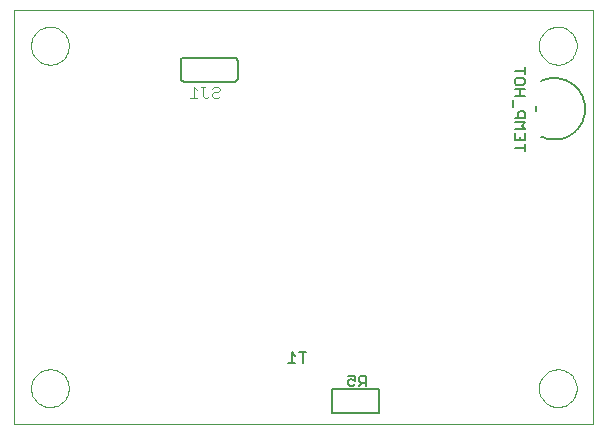
<source format=gbo>
G75*
%MOIN*%
%OFA0B0*%
%FSLAX24Y24*%
%IPPOS*%
%LPD*%
%AMOC8*
5,1,8,0,0,1.08239X$1,22.5*
%
%ADD10C,0.0000*%
%ADD11C,0.0060*%
%ADD12C,0.0063*%
%ADD13C,0.0050*%
%ADD14C,0.0040*%
D10*
X000100Y000550D02*
X000100Y014330D01*
X019391Y014330D01*
X019391Y000550D01*
X000100Y000550D01*
X000651Y001731D02*
X000653Y001781D01*
X000659Y001831D01*
X000669Y001880D01*
X000683Y001928D01*
X000700Y001975D01*
X000721Y002020D01*
X000746Y002064D01*
X000774Y002105D01*
X000806Y002144D01*
X000840Y002181D01*
X000877Y002215D01*
X000917Y002245D01*
X000959Y002272D01*
X001003Y002296D01*
X001049Y002317D01*
X001096Y002333D01*
X001144Y002346D01*
X001194Y002355D01*
X001243Y002360D01*
X001294Y002361D01*
X001344Y002358D01*
X001393Y002351D01*
X001442Y002340D01*
X001490Y002325D01*
X001536Y002307D01*
X001581Y002285D01*
X001624Y002259D01*
X001665Y002230D01*
X001704Y002198D01*
X001740Y002163D01*
X001772Y002125D01*
X001802Y002085D01*
X001829Y002042D01*
X001852Y001998D01*
X001871Y001952D01*
X001887Y001904D01*
X001899Y001855D01*
X001907Y001806D01*
X001911Y001756D01*
X001911Y001706D01*
X001907Y001656D01*
X001899Y001607D01*
X001887Y001558D01*
X001871Y001510D01*
X001852Y001464D01*
X001829Y001420D01*
X001802Y001377D01*
X001772Y001337D01*
X001740Y001299D01*
X001704Y001264D01*
X001665Y001232D01*
X001624Y001203D01*
X001581Y001177D01*
X001536Y001155D01*
X001490Y001137D01*
X001442Y001122D01*
X001393Y001111D01*
X001344Y001104D01*
X001294Y001101D01*
X001243Y001102D01*
X001194Y001107D01*
X001144Y001116D01*
X001096Y001129D01*
X001049Y001145D01*
X001003Y001166D01*
X000959Y001190D01*
X000917Y001217D01*
X000877Y001247D01*
X000840Y001281D01*
X000806Y001318D01*
X000774Y001357D01*
X000746Y001398D01*
X000721Y001442D01*
X000700Y001487D01*
X000683Y001534D01*
X000669Y001582D01*
X000659Y001631D01*
X000653Y001681D01*
X000651Y001731D01*
X000651Y013148D02*
X000653Y013198D01*
X000659Y013248D01*
X000669Y013297D01*
X000683Y013345D01*
X000700Y013392D01*
X000721Y013437D01*
X000746Y013481D01*
X000774Y013522D01*
X000806Y013561D01*
X000840Y013598D01*
X000877Y013632D01*
X000917Y013662D01*
X000959Y013689D01*
X001003Y013713D01*
X001049Y013734D01*
X001096Y013750D01*
X001144Y013763D01*
X001194Y013772D01*
X001243Y013777D01*
X001294Y013778D01*
X001344Y013775D01*
X001393Y013768D01*
X001442Y013757D01*
X001490Y013742D01*
X001536Y013724D01*
X001581Y013702D01*
X001624Y013676D01*
X001665Y013647D01*
X001704Y013615D01*
X001740Y013580D01*
X001772Y013542D01*
X001802Y013502D01*
X001829Y013459D01*
X001852Y013415D01*
X001871Y013369D01*
X001887Y013321D01*
X001899Y013272D01*
X001907Y013223D01*
X001911Y013173D01*
X001911Y013123D01*
X001907Y013073D01*
X001899Y013024D01*
X001887Y012975D01*
X001871Y012927D01*
X001852Y012881D01*
X001829Y012837D01*
X001802Y012794D01*
X001772Y012754D01*
X001740Y012716D01*
X001704Y012681D01*
X001665Y012649D01*
X001624Y012620D01*
X001581Y012594D01*
X001536Y012572D01*
X001490Y012554D01*
X001442Y012539D01*
X001393Y012528D01*
X001344Y012521D01*
X001294Y012518D01*
X001243Y012519D01*
X001194Y012524D01*
X001144Y012533D01*
X001096Y012546D01*
X001049Y012562D01*
X001003Y012583D01*
X000959Y012607D01*
X000917Y012634D01*
X000877Y012664D01*
X000840Y012698D01*
X000806Y012735D01*
X000774Y012774D01*
X000746Y012815D01*
X000721Y012859D01*
X000700Y012904D01*
X000683Y012951D01*
X000669Y012999D01*
X000659Y013048D01*
X000653Y013098D01*
X000651Y013148D01*
X017580Y013148D02*
X017582Y013198D01*
X017588Y013248D01*
X017598Y013297D01*
X017612Y013345D01*
X017629Y013392D01*
X017650Y013437D01*
X017675Y013481D01*
X017703Y013522D01*
X017735Y013561D01*
X017769Y013598D01*
X017806Y013632D01*
X017846Y013662D01*
X017888Y013689D01*
X017932Y013713D01*
X017978Y013734D01*
X018025Y013750D01*
X018073Y013763D01*
X018123Y013772D01*
X018172Y013777D01*
X018223Y013778D01*
X018273Y013775D01*
X018322Y013768D01*
X018371Y013757D01*
X018419Y013742D01*
X018465Y013724D01*
X018510Y013702D01*
X018553Y013676D01*
X018594Y013647D01*
X018633Y013615D01*
X018669Y013580D01*
X018701Y013542D01*
X018731Y013502D01*
X018758Y013459D01*
X018781Y013415D01*
X018800Y013369D01*
X018816Y013321D01*
X018828Y013272D01*
X018836Y013223D01*
X018840Y013173D01*
X018840Y013123D01*
X018836Y013073D01*
X018828Y013024D01*
X018816Y012975D01*
X018800Y012927D01*
X018781Y012881D01*
X018758Y012837D01*
X018731Y012794D01*
X018701Y012754D01*
X018669Y012716D01*
X018633Y012681D01*
X018594Y012649D01*
X018553Y012620D01*
X018510Y012594D01*
X018465Y012572D01*
X018419Y012554D01*
X018371Y012539D01*
X018322Y012528D01*
X018273Y012521D01*
X018223Y012518D01*
X018172Y012519D01*
X018123Y012524D01*
X018073Y012533D01*
X018025Y012546D01*
X017978Y012562D01*
X017932Y012583D01*
X017888Y012607D01*
X017846Y012634D01*
X017806Y012664D01*
X017769Y012698D01*
X017735Y012735D01*
X017703Y012774D01*
X017675Y012815D01*
X017650Y012859D01*
X017629Y012904D01*
X017612Y012951D01*
X017598Y012999D01*
X017588Y013048D01*
X017582Y013098D01*
X017580Y013148D01*
X017580Y001731D02*
X017582Y001781D01*
X017588Y001831D01*
X017598Y001880D01*
X017612Y001928D01*
X017629Y001975D01*
X017650Y002020D01*
X017675Y002064D01*
X017703Y002105D01*
X017735Y002144D01*
X017769Y002181D01*
X017806Y002215D01*
X017846Y002245D01*
X017888Y002272D01*
X017932Y002296D01*
X017978Y002317D01*
X018025Y002333D01*
X018073Y002346D01*
X018123Y002355D01*
X018172Y002360D01*
X018223Y002361D01*
X018273Y002358D01*
X018322Y002351D01*
X018371Y002340D01*
X018419Y002325D01*
X018465Y002307D01*
X018510Y002285D01*
X018553Y002259D01*
X018594Y002230D01*
X018633Y002198D01*
X018669Y002163D01*
X018701Y002125D01*
X018731Y002085D01*
X018758Y002042D01*
X018781Y001998D01*
X018800Y001952D01*
X018816Y001904D01*
X018828Y001855D01*
X018836Y001806D01*
X018840Y001756D01*
X018840Y001706D01*
X018836Y001656D01*
X018828Y001607D01*
X018816Y001558D01*
X018800Y001510D01*
X018781Y001464D01*
X018758Y001420D01*
X018731Y001377D01*
X018701Y001337D01*
X018669Y001299D01*
X018633Y001264D01*
X018594Y001232D01*
X018553Y001203D01*
X018510Y001177D01*
X018465Y001155D01*
X018419Y001137D01*
X018371Y001122D01*
X018322Y001111D01*
X018273Y001104D01*
X018223Y001101D01*
X018172Y001102D01*
X018123Y001107D01*
X018073Y001116D01*
X018025Y001129D01*
X017978Y001145D01*
X017932Y001166D01*
X017888Y001190D01*
X017846Y001217D01*
X017806Y001247D01*
X017769Y001281D01*
X017735Y001318D01*
X017703Y001357D01*
X017675Y001398D01*
X017650Y001442D01*
X017629Y001487D01*
X017612Y001534D01*
X017598Y001582D01*
X017588Y001631D01*
X017582Y001681D01*
X017580Y001731D01*
D11*
X017480Y010980D02*
X017480Y011140D01*
X007535Y012054D02*
X007535Y012654D01*
X007533Y012671D01*
X007529Y012688D01*
X007522Y012704D01*
X007512Y012718D01*
X007499Y012731D01*
X007485Y012741D01*
X007469Y012748D01*
X007452Y012752D01*
X007435Y012754D01*
X005735Y012754D01*
X005718Y012752D01*
X005701Y012748D01*
X005685Y012741D01*
X005671Y012731D01*
X005658Y012718D01*
X005648Y012704D01*
X005641Y012688D01*
X005637Y012671D01*
X005635Y012654D01*
X005635Y012054D01*
X005637Y012037D01*
X005641Y012020D01*
X005648Y012004D01*
X005658Y011990D01*
X005671Y011977D01*
X005685Y011967D01*
X005701Y011960D01*
X005718Y011956D01*
X005735Y011954D01*
X007435Y011954D01*
X007452Y011956D01*
X007469Y011960D01*
X007485Y011967D01*
X007499Y011977D01*
X007512Y011990D01*
X007522Y012004D01*
X007529Y012020D01*
X007533Y012037D01*
X007535Y012054D01*
D12*
X017660Y010120D02*
X017718Y010094D01*
X017777Y010073D01*
X017838Y010055D01*
X017899Y010041D01*
X017962Y010031D01*
X018024Y010025D01*
X018088Y010022D01*
X018151Y010023D01*
X018214Y010029D01*
X018276Y010038D01*
X018338Y010051D01*
X018399Y010068D01*
X018459Y010088D01*
X018517Y010112D01*
X018574Y010140D01*
X018629Y010171D01*
X018681Y010206D01*
X018732Y010244D01*
X018780Y010284D01*
X018826Y010328D01*
X018869Y010374D01*
X018909Y010423D01*
X018946Y010475D01*
X018979Y010528D01*
X019010Y010583D01*
X019036Y010641D01*
X019060Y010699D01*
X019079Y010759D01*
X019095Y010821D01*
X019107Y010883D01*
X019115Y010945D01*
X019119Y011008D01*
X019120Y011071D01*
X019116Y011134D01*
X019109Y011197D01*
X019098Y011259D01*
X019082Y011321D01*
X019064Y011381D01*
X019041Y011440D01*
X019015Y011498D01*
X018985Y011553D01*
X018953Y011607D01*
X018916Y011659D01*
X018877Y011708D01*
X018835Y011755D01*
X018790Y011799D01*
X018742Y011841D01*
X018692Y011879D01*
X018639Y011914D01*
X018584Y011946D01*
X018528Y011974D01*
X018470Y011999D01*
X018411Y012020D01*
X018350Y012038D01*
X018288Y012052D01*
X018226Y012062D01*
X018163Y012068D01*
X018100Y012070D01*
X018042Y012068D01*
X017985Y012064D01*
X017927Y012056D01*
X017870Y012045D01*
X017814Y012030D01*
X017758Y012013D01*
X017704Y011993D01*
X017650Y011970D01*
D13*
X017125Y012010D02*
X017125Y011893D01*
X017067Y011835D01*
X016833Y011835D01*
X016775Y011893D01*
X016775Y012010D01*
X016833Y012068D01*
X017067Y012068D01*
X017125Y012010D01*
X017125Y012203D02*
X017125Y012437D01*
X017125Y012320D02*
X016775Y012320D01*
X016775Y011700D02*
X017125Y011700D01*
X016950Y011700D02*
X016950Y011467D01*
X016775Y011467D02*
X017125Y011467D01*
X016717Y011332D02*
X016717Y011098D01*
X016892Y010905D02*
X016892Y010730D01*
X016775Y010730D02*
X017125Y010730D01*
X017125Y010905D01*
X017067Y010963D01*
X016950Y010963D01*
X016892Y010905D01*
X016775Y010595D02*
X017125Y010595D01*
X017009Y010478D01*
X017125Y010362D01*
X016775Y010362D01*
X016775Y010227D02*
X016775Y009993D01*
X017125Y009993D01*
X017125Y010227D01*
X016950Y010110D02*
X016950Y009993D01*
X017125Y009859D02*
X017125Y009625D01*
X017125Y009742D02*
X016775Y009742D01*
X009825Y002925D02*
X009591Y002925D01*
X009708Y002925D02*
X009708Y002575D01*
X009457Y002575D02*
X009223Y002575D01*
X009340Y002575D02*
X009340Y002925D01*
X009457Y002809D01*
X010688Y001694D02*
X010688Y000906D01*
X012262Y000906D01*
X012262Y001694D01*
X010688Y001694D01*
X011210Y001858D02*
X011210Y001975D01*
X011268Y002034D01*
X011327Y002034D01*
X011443Y001975D01*
X011443Y002150D01*
X011210Y002150D01*
X011210Y001858D02*
X011268Y001800D01*
X011385Y001800D01*
X011443Y001858D01*
X011578Y001800D02*
X011695Y001917D01*
X011636Y001917D02*
X011812Y001917D01*
X011812Y001800D02*
X011812Y002150D01*
X011636Y002150D01*
X011578Y002092D01*
X011578Y001975D01*
X011636Y001917D01*
D14*
X006876Y011416D02*
X006756Y011416D01*
X006696Y011476D01*
X006696Y011536D01*
X006756Y011596D01*
X006876Y011596D01*
X006936Y011656D01*
X006936Y011716D01*
X006876Y011776D01*
X006756Y011776D01*
X006696Y011716D01*
X006448Y011776D02*
X006328Y011776D01*
X006388Y011776D02*
X006388Y011476D01*
X006448Y011416D01*
X006508Y011416D01*
X006568Y011476D01*
X006200Y011416D02*
X005959Y011416D01*
X006080Y011416D02*
X006080Y011776D01*
X006200Y011656D01*
X006876Y011416D02*
X006936Y011476D01*
M02*

</source>
